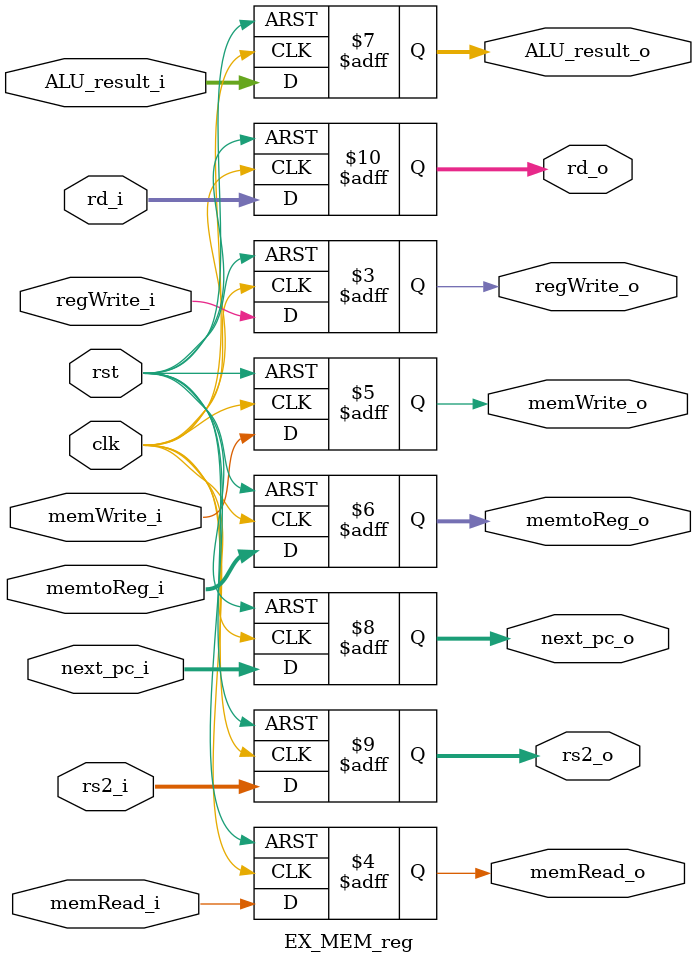
<source format=v>
module EX_MEM_reg (
    input clk, rst,
    input regWrite_i, memRead_i, memWrite_i,
    input [1:0] memtoReg_i,
    input [31:0] ALU_result_i, next_pc_i, rs2_i,
    input [4:0] rd_i,
    output reg regWrite_o, memRead_o, memWrite_o,
    output reg [1:0] memtoReg_o,
    output reg [31:0] ALU_result_o, next_pc_o, rs2_o,
    output reg [4:0] rd_o
);
    always @(posedge clk or negedge rst) begin
        if (!rst) begin
            regWrite_o <= 0;
            memRead_o <= 0;
            memWrite_o <= 0;
            memtoReg_o <= 0;
            ALU_result_o <= 0;
            next_pc_o <= 0;
            rs2_o <= 0;
            rd_o <= 0;
        end else begin
            regWrite_o <= regWrite_i;
            memRead_o <= memRead_i;
            memWrite_o <= memWrite_i;
            memtoReg_o <= memtoReg_i;
            ALU_result_o <= ALU_result_i;
            next_pc_o <= next_pc_i;
            rs2_o <= rs2_i;
            rd_o <= rd_i;
        end
    end
endmodule

</source>
